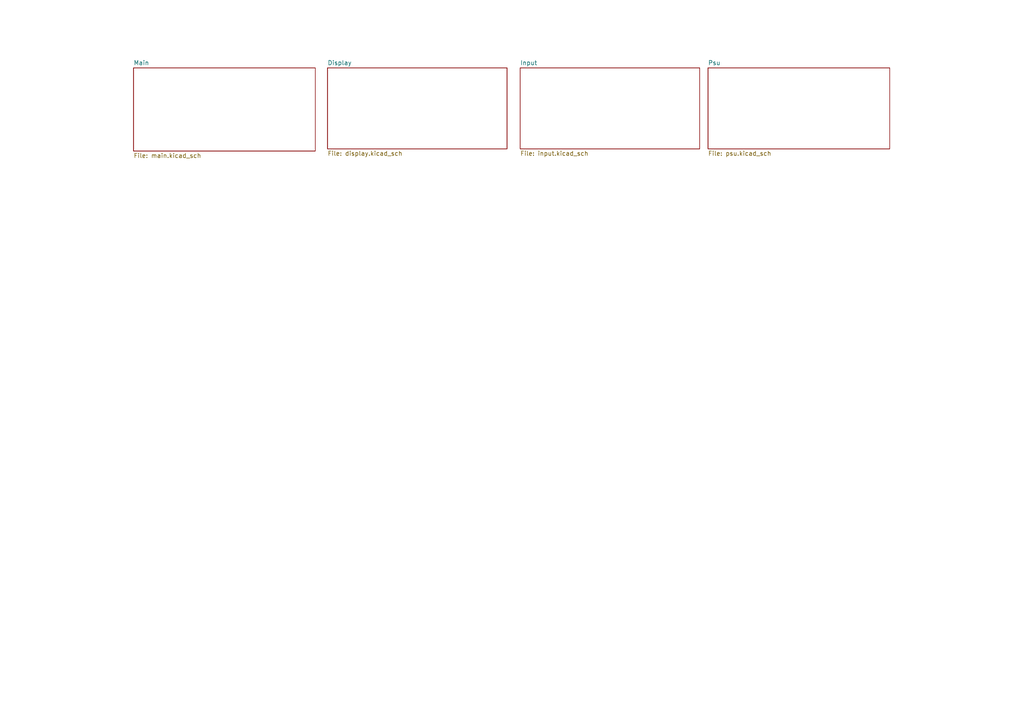
<source format=kicad_sch>
(kicad_sch (version 20230121) (generator eeschema)
  (paper "A4")
  (title_block (date "2023-06-14") (rev "1.0") (company "radioman"))
  (lib_symbols)
  (sheet (at 150.876 19.685) (size 52.07 23.495) (stroke (width 0.1524))
    (property "Sheetname" "Input" (at 150.876 18.9734 0) (effects (justify left bottom)))
    (property "Sheetfile" "input.kicad_sch" (at 150.876 43.7646 0) (effects (justify left top)))
  )
  (sheet (at 94.996 19.685) (size 52.07 23.495) (stroke (width 0.1524))
    (property "Sheetname" "Display" (at 94.996 18.9734 0) (effects (justify left bottom)))
    (property "Sheetfile" "display.kicad_sch" (at 94.996 43.7646 0) (effects (justify left top)))
  )
  (sheet (at 205.359 19.685) (size 52.705 23.495) (stroke (width 0.1524))
    (property "Sheetname" "Psu" (at 205.359 18.9734 0) (effects (justify left bottom)))
    (property "Sheetfile" "psu.kicad_sch" (at 205.359 43.7646 0) (effects (justify left top)))
  )
  (sheet (at 38.735 19.685) (size 52.705 24.13) (stroke (width 0.1524))
    (property "Sheetname" "Main" (at 38.735 18.9734 0) (effects (justify left bottom)))
    (property "Sheetfile" "main.kicad_sch" (at 38.735 44.3996 0) (effects (justify left top)))
  )
)
</source>
